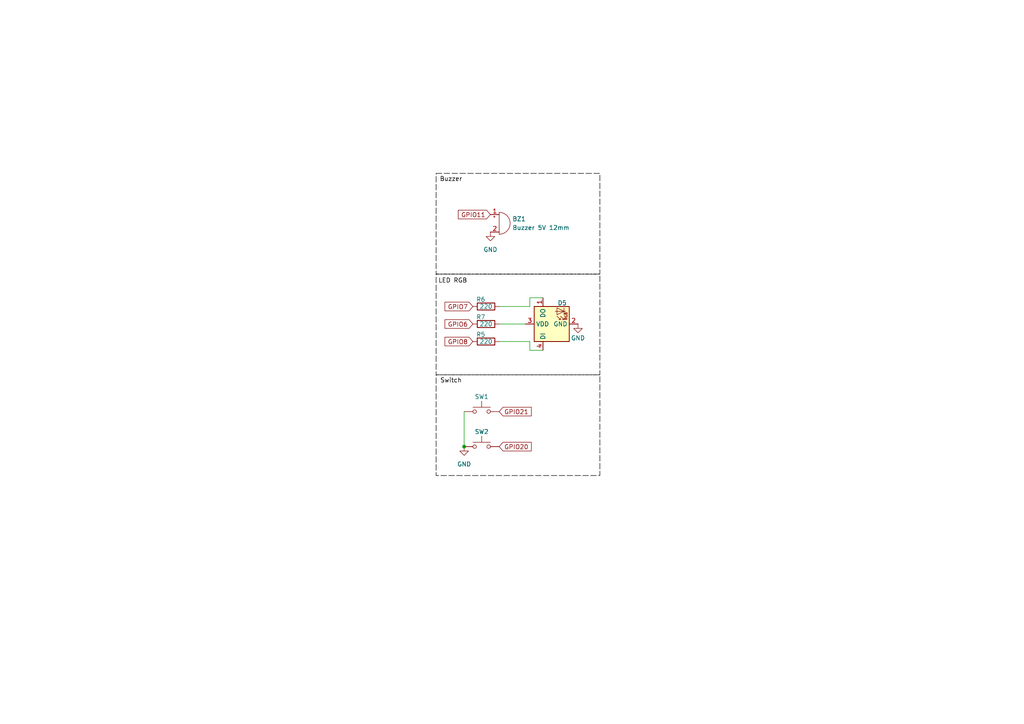
<source format=kicad_sch>
(kicad_sch (version 20250114) (generator "eeschema") (generator_version "9.0")
  (paper "A4")
  (title_block (title "Raspberry Pi Pico Logger - Peripherals") (date "2025-06-21") (rev "2.0") (company "Creator: Piotr Kłyś"))
  (lib_symbols
    (symbol "Device:Buzzer" (pin_names (offset 0.0254) (hide yes))
      (property "Reference" "BZ" (at 3.81 1.27 0))
      (property "Value" "Buzzer" (at 3.81 -1.27 0))
      (symbol "Buzzer_0_1"
        (polyline (pts (xy -1.651 1.905) (xy -1.143 1.905)))
        (polyline (pts (xy -1.397 2.159) (xy -1.397 1.651)))
        (arc (start 0 3.175) (mid 3.1612 0) (end 0 -3.175))
        (polyline (pts (xy 0 3.175) (xy 0 -3.175)))
      )
      (symbol "Buzzer_1_1"
        (pin passive line (at -2.54 2.54 0) (length 2.54) (name "+") (number "1"))
        (pin passive line (at -2.54 -2.54 0) (length 2.54) (name "-") (number "2"))
      )
    )
    (symbol "Device:R" (pin_numbers (hide yes)) (pin_names (offset 0))
      (property "Reference" "R" (at 2.032 0 90))
      (property "Value" "R" (at 0 0 90))
      (symbol "R_0_1"
        (rectangle (start -1.016 -2.54) (end 1.016 2.54) (stroke (width 0.254)))
      )
      (symbol "R_1_1"
        (pin passive line (at 0 3.81 270) (length 1.27) (name "~") (number "1"))
        (pin passive line (at 0 -3.81 90) (length 1.27) (name "~") (number "2"))
      )
    )
    (symbol "LED:APA-106-F5"
      (property "Reference" "D" (at 5.08 5.715 0))
      (property "Value" "APA-106-F5" (at 1.27 -5.715 0))
      (symbol "APA-106-F5_0_0"
        (text "RGB" (at 2.286 -4.191 0) (effects (font (size 0.762 0.762))))
      )
      (symbol "APA-106-F5_0_1"
        (polyline (pts (xy 1.27 -2.54) (xy 1.778 -2.54)))
        (polyline (pts (xy 1.27 -3.556) (xy 1.778 -3.556)))
        (polyline (pts (xy 2.286 -1.524) (xy 1.27 -2.54) (xy 1.27 -2.032)))
        (polyline (pts (xy 2.286 -2.54) (xy 1.27 -3.556) (xy 1.27 -3.048)))
        (polyline (pts (xy 3.683 -1.016) (xy 3.683 -3.556) (xy 3.683 -4.064)))
        (polyline (pts (xy 4.699 -1.524) (xy 2.667 -1.524) (xy 3.683 -3.556) (xy 4.699 -1.524)))
        (polyline (pts (xy 4.699 -3.556) (xy 2.667 -3.556)))
        (rectangle (start 5.08 5.08) (end -5.08 -5.08) (stroke (width 0.254)) (fill (type background)))
      )
      (symbol "APA-106-F5_1_1"
        (pin input line (at -7.62 2.54 0) (length 2.54) (name "DI") (number "4"))
        (pin power_in line (at 0 7.62 270) (length 2.54) (name "VDD") (number "3"))
        (pin power_in line (at 0 -7.62 90) (length 2.54) (name "GND") (number "2"))
        (pin output line (at 7.62 2.54 180) (length 2.54) (name "DO") (number "1"))
      )
    )
    (symbol "Switch:SW_Push" (pin_numbers (hide yes)) (pin_names (offset 1.016) (hide yes))
      (property "Reference" "SW" (at 1.27 2.54 0))
      (property "Value" "SW_Push" (at 0 -1.524 0))
      (symbol "SW_Push_0_1"
        (circle (center -2.032 0) (radius 0.508))
        (polyline (pts (xy 0 1.27) (xy 0 3.048)))
        (circle (center 2.032 0) (radius 0.508))
        (polyline (pts (xy 2.54 1.27) (xy -2.54 1.27)))
        (pin passive line (at -5.08 0 0) (length 2.54) (name "1") (number "1"))
        (pin passive line (at 5.08 0 180) (length 2.54) (name "2") (number "2"))
      )
    )
    (symbol "power:GND" (power) (pin_numbers (hide yes)) (pin_names (offset 0) (hide yes))
      (property "Value" "GND" (at 0 -3.81 0))
      (symbol "GND_0_1"
        (polyline (pts (xy 0 0) (xy 0 -1.27) (xy 1.27 -1.27) (xy 0 -2.54) (xy -1.27 -1.27) (xy 0 -1.27)))
      )
      (symbol "GND_1_1"
        (pin power_in line (at 0 0 270) (length 0) (name "~") (number "1"))
      )
    )
  )
  (rectangle (start 126.492 108.712) (end 173.99 137.922) (stroke (width 0) (type dash) (color 0 0 0 1)))
  (rectangle (start 126.492 50.292) (end 173.99 79.502) (stroke (width 0) (type dash) (color 0 0 0 1)))
  (rectangle (start 126.492 79.502) (end 173.99 108.712) (stroke (width 0) (type dash) (color 0 0 0 1)))
  (text "LED RGB" (at 131.318 81.534 0) (effects (font (size 1.27 1.27))))
  (text "Buzzer" (at 130.81 52.07 0) (effects (font (size 1.27 1.27))))
  (text "Switch" (at 130.81 110.49 0) (effects (font (size 1.27 1.27))))
  (junction (at 134.62 129.54))
  (wire (pts (xy 144.78 88.9) (xy 153.67 88.9)))
  (wire (pts (xy 153.67 99.06) (xy 153.67 101.6)))
  (wire (pts (xy 153.67 101.6) (xy 157.48 101.6)))
  (wire (pts (xy 134.62 119.38) (xy 134.62 129.54)))
  (wire (pts (xy 153.67 88.9) (xy 153.67 86.36)))
  (wire (pts (xy 144.78 99.06) (xy 153.67 99.06)))
  (wire (pts (xy 144.78 93.98) (xy 152.4 93.98)))
  (wire (pts (xy 153.67 86.36) (xy 157.48 86.36)))
  (global_label "GPIO20" (shape input) (at 144.78 129.54 0) (property "Intersheetrefs" "${INTERSHEET_REFS}" (effects (hide yes))))
  (global_label "GPIO6" (shape input) (at 137.16 93.98 180) (property "Intersheetrefs" "${INTERSHEET_REFS}" (effects (hide yes))))
  (global_label "GPIO8" (shape input) (at 137.16 99.06 180) (property "Intersheetrefs" "${INTERSHEET_REFS}" (effects (hide yes))))
  (global_label "GPIO11" (shape input) (at 142.24 62.23 180) (property "Intersheetrefs" "${INTERSHEET_REFS}" (effects (hide yes))))
  (global_label "GPIO7" (shape input) (at 137.16 88.9 180) (property "Intersheetrefs" "${INTERSHEET_REFS}" (effects (hide yes))))
  (global_label "GPIO21" (shape input) (at 144.78 119.38 0) (property "Intersheetrefs" "${INTERSHEET_REFS}" (effects (hide yes))))
  (symbol (lib_id "Device:Buzzer") (at 144.78 64.77 0) (unit 1)
    (property "Reference" "BZ1" (at 148.59 63.4999 0) (effects (justify left)))
    (property "Value" "Buzzer 5V 12mm" (at 148.59 66.0399 0) (effects (justify left)))
    (property "Footprint" "Buzzer_Beeper:Buzzer_12x9.5RM7.6" (effects (hide yes)))
    (property "Description" "Buzzer, polarized" (effects (hide yes)))
  )
  (symbol (lib_id "power:GND") (at 134.62 129.54 0) (unit 1)
    (property "Reference" "#PWR021" (effects (hide yes)))
    (property "Value" "GND" (at 134.62 134.62 0))
    (property "Description" "Power symbol creates a global label with name \"GND\" , ground" (effects (hide yes)))
  )
  (symbol (lib_id "Device:R") (at 140.97 88.9 270) (unit 1)
    (property "Reference" "R6" (at 139.446 86.868 90))
    (property "Value" "220" (at 140.97 88.9 90))
    (property "Footprint" "Resistor_SMD:R_0805_2012Metric" (effects (hide yes)))
    (property "Description" "Resistor" (effects (hide yes)))
  )
  (symbol (lib_id "Device:R") (at 140.97 93.98 270) (unit 1)
    (property "Reference" "R7" (at 139.446 91.948 90))
    (property "Value" "220" (at 140.97 93.98 90))
    (property "Footprint" "Resistor_SMD:R_0805_2012Metric" (effects (hide yes)))
    (property "Description" "Resistor" (effects (hide yes)))
  )
  (symbol (lib_id "LED:APA-106-F5") (at 160.02 93.98 90) (unit 1)
    (property "Reference" "D5" (at 163.068 87.884 90))
    (property "Value" "OSTBPCS2C2B" (effects (hide yes)))
    (property "Footprint" "LED_SMD:LED_Avago_PLCC4_3.2x2.8mm_CW" (effects (hide yes)))
    (property "Datasheet" "https://cdn.sparkfun.com/datasheets/Components/LED/COM-12877.pdf" (effects (hide yes)))
    (property "Description" "RGB LED with integrated controller, 5mm Package" (effects (hide yes)))
  )
  (symbol (lib_id "Switch:SW_Push") (at 139.7 129.54 0) (unit 1)
    (property "Reference" "SW2" (at 139.7 125.222 0))
    (property "Value" "Tact Switch 6x6mm / 13mm" (effects (hide yes)))
    (property "Footprint" "Button_Switch_THT:SW_PUSH_6mm" (effects (hide yes)))
    (property "Description" "Push button switch, generic, two pins" (effects (hide yes)))
  )
  (symbol (lib_id "power:GND") (at 142.24 67.31 0) (unit 1)
    (property "Reference" "#PWR04" (effects (hide yes)))
    (property "Value" "GND" (at 142.24 72.39 0))
    (property "Description" "Power symbol creates a global label with name \"GND\" , ground" (effects (hide yes)))
  )
  (symbol (lib_id "Device:R") (at 140.97 99.06 270) (unit 1)
    (property "Reference" "R5" (at 139.446 97.028 90))
    (property "Value" "220" (at 140.97 99.06 90))
    (property "Footprint" "Resistor_SMD:R_0805_2012Metric" (effects (hide yes)))
    (property "Description" "Resistor" (effects (hide yes)))
  )
  (symbol (lib_id "power:GND") (at 167.64 93.98 0) (unit 1)
    (property "Reference" "#PWR03" (effects (hide yes)))
    (property "Value" "GND" (at 167.64 98.044 0))
    (property "Description" "Power symbol creates a global label with name \"GND\" , ground" (effects (hide yes)))
  )
  (symbol (lib_id "Switch:SW_Push") (at 139.7 119.38 0) (unit 1)
    (property "Reference" "SW1" (at 139.7 115.062 0))
    (property "Value" "Tact Switch 6x6mm / 13mm" (effects (hide yes)))
    (property "Footprint" "Button_Switch_THT:SW_PUSH_6mm" (effects (hide yes)))
    (property "Description" "Push button switch, generic, two pins" (effects (hide yes)))
  )
)
</source>
